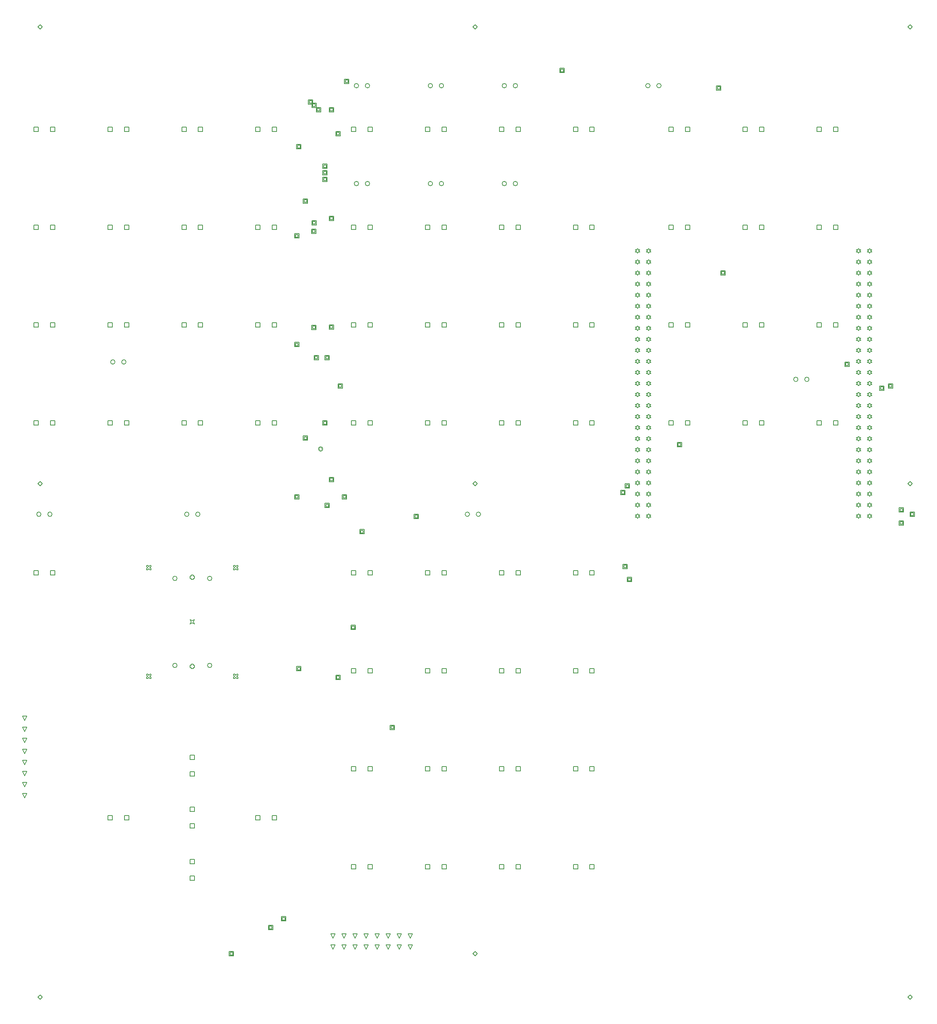
<source format=gbr>
%TF.GenerationSoftware,Altium Limited,Altium Designer,20.2.5 (213)*%
G04 Layer_Color=2752767*
%FSLAX45Y45*%
%MOMM*%
%TF.SameCoordinates,662F433C-BD6F-4083-8A0F-E7C0AAC1164F*%
%TF.FilePolarity,Positive*%
%TF.FileFunction,Drawing*%
%TF.Part,Single*%
G01*
G75*
%TA.AperFunction,NonConductor*%
%ADD74C,0.12700*%
%ADD75C,0.16933*%
%ADD76C,0.10160*%
D74*
X15359200Y20399200D02*
Y20500800D01*
X15460800D01*
Y20399200D01*
X15359200D01*
X15739200D02*
Y20500800D01*
X15840800D01*
Y20399200D01*
X15739200D01*
X18759200Y13649200D02*
Y13750800D01*
X18860800D01*
Y13649200D01*
X18759200D01*
X19139200D02*
Y13750800D01*
X19240800D01*
Y13649200D01*
X19139200D01*
X9416000Y1599200D02*
X9365200Y1700800D01*
X9466800D01*
X9416000Y1599200D01*
Y1853200D02*
X9365200Y1954800D01*
X9466800D01*
X9416000Y1853200D01*
X9162000Y1599200D02*
X9111200Y1700800D01*
X9212800D01*
X9162000Y1599200D01*
Y1853200D02*
X9111200Y1954800D01*
X9212800D01*
X9162000Y1853200D01*
X8908000Y1599200D02*
X8857200Y1700800D01*
X8958800D01*
X8908000Y1599200D01*
Y1853200D02*
X8857200Y1954800D01*
X8958800D01*
X8908000Y1853200D01*
X8654000Y1599200D02*
X8603200Y1700800D01*
X8704800D01*
X8654000Y1599200D01*
Y1853200D02*
X8603200Y1954800D01*
X8704800D01*
X8654000Y1853200D01*
X8400000Y1599200D02*
X8349200Y1700800D01*
X8450800D01*
X8400000Y1599200D01*
Y1853200D02*
X8349200Y1954800D01*
X8450800D01*
X8400000Y1853200D01*
X8146000Y1599200D02*
X8095200Y1700800D01*
X8196800D01*
X8146000Y1599200D01*
Y1853200D02*
X8095200Y1954800D01*
X8196800D01*
X8146000Y1853200D01*
X7892000Y1599200D02*
X7841200Y1700800D01*
X7942800D01*
X7892000Y1599200D01*
Y1853200D02*
X7841200Y1954800D01*
X7942800D01*
X7892000Y1853200D01*
X7638000Y1599200D02*
X7587200Y1700800D01*
X7688800D01*
X7638000Y1599200D01*
Y1853200D02*
X7587200Y1954800D01*
X7688800D01*
X7638000Y1853200D01*
X4349208Y4384200D02*
Y4485800D01*
X4450808D01*
Y4384200D01*
X4349208D01*
Y4764200D02*
Y4865800D01*
X4450808D01*
Y4764200D01*
X4349208D01*
X18759200Y15899200D02*
Y16000800D01*
X18860800D01*
Y15899200D01*
X18759200D01*
X19139200D02*
Y16000800D01*
X19240800D01*
Y15899200D01*
X19139200D01*
X18759200Y18149200D02*
Y18250800D01*
X18860800D01*
Y18149200D01*
X18759200D01*
X19139200D02*
Y18250800D01*
X19240800D01*
Y18149200D01*
X19139200D01*
X18759200Y20399200D02*
Y20500800D01*
X18860800D01*
Y20399200D01*
X18759200D01*
X19139200D02*
Y20500800D01*
X19240800D01*
Y20399200D01*
X19139200D01*
X17059200Y13649200D02*
Y13750800D01*
X17160800D01*
Y13649200D01*
X17059200D01*
X17439200D02*
Y13750800D01*
X17540800D01*
Y13649200D01*
X17439200D01*
X17059200Y15899200D02*
Y16000800D01*
X17160800D01*
Y15899200D01*
X17059200D01*
X17439200D02*
Y16000800D01*
X17540800D01*
Y15899200D01*
X17439200D01*
X17059200Y18149200D02*
Y18250800D01*
X17160800D01*
Y18149200D01*
X17059200D01*
X17439200D02*
Y18250800D01*
X17540800D01*
Y18149200D01*
X17439200D01*
X17059200Y20399200D02*
Y20500800D01*
X17160800D01*
Y20399200D01*
X17059200D01*
X17439200D02*
Y20500800D01*
X17540800D01*
Y20399200D01*
X17439200D01*
X15359200Y13649200D02*
Y13750800D01*
X15460800D01*
Y13649200D01*
X15359200D01*
X15739200D02*
Y13750800D01*
X15840800D01*
Y13649200D01*
X15739200D01*
X15359200Y15899200D02*
Y16000800D01*
X15460800D01*
Y15899200D01*
X15359200D01*
X15739200D02*
Y16000800D01*
X15840800D01*
Y15899200D01*
X15739200D01*
X15359200Y18149200D02*
Y18250800D01*
X15460800D01*
Y18149200D01*
X15359200D01*
X15739200D02*
Y18250800D01*
X15840800D01*
Y18149200D01*
X15739200D01*
X13159200Y13649200D02*
Y13750800D01*
X13260800D01*
Y13649200D01*
X13159200D01*
X13539200D02*
Y13750800D01*
X13640800D01*
Y13649200D01*
X13539200D01*
X11459200D02*
Y13750800D01*
X11560800D01*
Y13649200D01*
X11459200D01*
X11839200D02*
Y13750800D01*
X11940800D01*
Y13649200D01*
X11839200D01*
X9759200D02*
Y13750800D01*
X9860800D01*
Y13649200D01*
X9759200D01*
X10139200D02*
Y13750800D01*
X10240800D01*
Y13649200D01*
X10139200D01*
X8059200D02*
Y13750800D01*
X8160800D01*
Y13649200D01*
X8059200D01*
X8439200D02*
Y13750800D01*
X8540800D01*
Y13649200D01*
X8439200D01*
X13159200Y15899200D02*
Y16000800D01*
X13260800D01*
Y15899200D01*
X13159200D01*
X13539200D02*
Y16000800D01*
X13640800D01*
Y15899200D01*
X13539200D01*
X11459200D02*
Y16000800D01*
X11560800D01*
Y15899200D01*
X11459200D01*
X11839200D02*
Y16000800D01*
X11940800D01*
Y15899200D01*
X11839200D01*
X9759200D02*
Y16000800D01*
X9860800D01*
Y15899200D01*
X9759200D01*
X10139200D02*
Y16000800D01*
X10240800D01*
Y15899200D01*
X10139200D01*
X8059200D02*
Y16000800D01*
X8160800D01*
Y15899200D01*
X8059200D01*
X8439200D02*
Y16000800D01*
X8540800D01*
Y15899200D01*
X8439200D01*
X13159200Y18149200D02*
Y18250800D01*
X13260800D01*
Y18149200D01*
X13159200D01*
X13539200D02*
Y18250800D01*
X13640800D01*
Y18149200D01*
X13539200D01*
X11459200D02*
Y18250800D01*
X11560800D01*
Y18149200D01*
X11459200D01*
X11839200D02*
Y18250800D01*
X11940800D01*
Y18149200D01*
X11839200D01*
X9759200D02*
Y18250800D01*
X9860800D01*
Y18149200D01*
X9759200D01*
X10139200D02*
Y18250800D01*
X10240800D01*
Y18149200D01*
X10139200D01*
X8059200D02*
Y18250800D01*
X8160800D01*
Y18149200D01*
X8059200D01*
X8439200D02*
Y18250800D01*
X8540800D01*
Y18149200D01*
X8439200D01*
X13159200Y20399200D02*
Y20500800D01*
X13260800D01*
Y20399200D01*
X13159200D01*
X13539200D02*
Y20500800D01*
X13640800D01*
Y20399200D01*
X13539200D01*
X11459200D02*
Y20500800D01*
X11560800D01*
Y20399200D01*
X11459200D01*
X11839200D02*
Y20500800D01*
X11940800D01*
Y20399200D01*
X11839200D01*
X9759200D02*
Y20500800D01*
X9860800D01*
Y20399200D01*
X9759200D01*
X10139200D02*
Y20500800D01*
X10240800D01*
Y20399200D01*
X10139200D01*
X8059200D02*
Y20500800D01*
X8160800D01*
Y20399200D01*
X8059200D01*
X8439200D02*
Y20500800D01*
X8540800D01*
Y20399200D01*
X8439200D01*
X13159200Y10199200D02*
Y10300800D01*
X13260800D01*
Y10199200D01*
X13159200D01*
X13539200D02*
Y10300800D01*
X13640800D01*
Y10199200D01*
X13539200D01*
X13159200Y7949200D02*
Y8050800D01*
X13260800D01*
Y7949200D01*
X13159200D01*
X13539200D02*
Y8050800D01*
X13640800D01*
Y7949200D01*
X13539200D01*
X13159200Y5699200D02*
Y5800800D01*
X13260800D01*
Y5699200D01*
X13159200D01*
X13539200D02*
Y5800800D01*
X13640800D01*
Y5699200D01*
X13539200D01*
X13159200Y3449200D02*
Y3550800D01*
X13260800D01*
Y3449200D01*
X13159200D01*
X13539200D02*
Y3550800D01*
X13640800D01*
Y3449200D01*
X13539200D01*
X11459200D02*
Y3550800D01*
X11560800D01*
Y3449200D01*
X11459200D01*
X11839200D02*
Y3550800D01*
X11940800D01*
Y3449200D01*
X11839200D01*
X9759200D02*
Y3550800D01*
X9860800D01*
Y3449200D01*
X9759200D01*
X10139200D02*
Y3550800D01*
X10240800D01*
Y3449200D01*
X10139200D01*
X11459200Y10199200D02*
Y10300800D01*
X11560800D01*
Y10199200D01*
X11459200D01*
X11839200D02*
Y10300800D01*
X11940800D01*
Y10199200D01*
X11839200D01*
X9759200D02*
Y10300800D01*
X9860800D01*
Y10199200D01*
X9759200D01*
X10139200D02*
Y10300800D01*
X10240800D01*
Y10199200D01*
X10139200D01*
X8059200D02*
Y10300800D01*
X8160800D01*
Y10199200D01*
X8059200D01*
X8439200D02*
Y10300800D01*
X8540800D01*
Y10199200D01*
X8439200D01*
X11459200Y7949200D02*
Y8050800D01*
X11560800D01*
Y7949200D01*
X11459200D01*
X11839200D02*
Y8050800D01*
X11940800D01*
Y7949200D01*
X11839200D01*
X9759200D02*
Y8050800D01*
X9860800D01*
Y7949200D01*
X9759200D01*
X10139200D02*
Y8050800D01*
X10240800D01*
Y7949200D01*
X10139200D01*
X8059200D02*
Y8050800D01*
X8160800D01*
Y7949200D01*
X8059200D01*
X8439200D02*
Y8050800D01*
X8540800D01*
Y7949200D01*
X8439200D01*
X11459200Y5699200D02*
Y5800800D01*
X11560800D01*
Y5699200D01*
X11459200D01*
X11839200D02*
Y5800800D01*
X11940800D01*
Y5699200D01*
X11839200D01*
X9759200D02*
Y5800800D01*
X9860800D01*
Y5699200D01*
X9759200D01*
X10139200D02*
Y5800800D01*
X10240800D01*
Y5699200D01*
X10139200D01*
X8059200D02*
Y5800800D01*
X8160800D01*
Y5699200D01*
X8059200D01*
X8439200D02*
Y5800800D01*
X8540800D01*
Y5699200D01*
X8439200D01*
X8059200Y3449200D02*
Y3550800D01*
X8160800D01*
Y3449200D01*
X8059200D01*
X8439200D02*
Y3550800D01*
X8540800D01*
Y3449200D01*
X8439200D01*
X4349200Y3184200D02*
Y3285800D01*
X4450800D01*
Y3184200D01*
X4349200D01*
Y3564200D02*
Y3665800D01*
X4450800D01*
Y3564200D01*
X4349200D01*
Y5584200D02*
Y5685800D01*
X4450800D01*
Y5584200D01*
X4349200D01*
Y5964200D02*
Y6065800D01*
X4450800D01*
Y5964200D01*
X4349200D01*
X5859200Y4574200D02*
Y4675800D01*
X5960800D01*
Y4574200D01*
X5859200D01*
X6239200D02*
Y4675800D01*
X6340800D01*
Y4574200D01*
X6239200D01*
X2459200D02*
Y4675800D01*
X2560800D01*
Y4574200D01*
X2459200D01*
X2839200D02*
Y4675800D01*
X2940800D01*
Y4574200D01*
X2839200D01*
X759200Y10199200D02*
Y10300800D01*
X860800D01*
Y10199200D01*
X759200D01*
X1139200D02*
Y10300800D01*
X1240800D01*
Y10199200D01*
X1139200D01*
X5859200Y13649200D02*
Y13750800D01*
X5960800D01*
Y13649200D01*
X5859200D01*
X6239200D02*
Y13750800D01*
X6340800D01*
Y13649200D01*
X6239200D01*
X4159200D02*
Y13750800D01*
X4260800D01*
Y13649200D01*
X4159200D01*
X4539200D02*
Y13750800D01*
X4640800D01*
Y13649200D01*
X4539200D01*
X2459200D02*
Y13750800D01*
X2560800D01*
Y13649200D01*
X2459200D01*
X2839200D02*
Y13750800D01*
X2940800D01*
Y13649200D01*
X2839200D01*
X759200D02*
Y13750800D01*
X860800D01*
Y13649200D01*
X759200D01*
X1139200D02*
Y13750800D01*
X1240800D01*
Y13649200D01*
X1139200D01*
X5859200Y15899200D02*
Y16000800D01*
X5960800D01*
Y15899200D01*
X5859200D01*
X6239200D02*
Y16000800D01*
X6340800D01*
Y15899200D01*
X6239200D01*
X4159200D02*
Y16000800D01*
X4260800D01*
Y15899200D01*
X4159200D01*
X4539200D02*
Y16000800D01*
X4640800D01*
Y15899200D01*
X4539200D01*
X2459200D02*
Y16000800D01*
X2560800D01*
Y15899200D01*
X2459200D01*
X2839200D02*
Y16000800D01*
X2940800D01*
Y15899200D01*
X2839200D01*
X759200D02*
Y16000800D01*
X860800D01*
Y15899200D01*
X759200D01*
X1139200D02*
Y16000800D01*
X1240800D01*
Y15899200D01*
X1139200D01*
X5859200Y18149200D02*
Y18250800D01*
X5960800D01*
Y18149200D01*
X5859200D01*
X6239200D02*
Y18250800D01*
X6340800D01*
Y18149200D01*
X6239200D01*
X4159200D02*
Y18250800D01*
X4260800D01*
Y18149200D01*
X4159200D01*
X4539200D02*
Y18250800D01*
X4640800D01*
Y18149200D01*
X4539200D01*
X2459200D02*
Y18250800D01*
X2560800D01*
Y18149200D01*
X2459200D01*
X2839200D02*
Y18250800D01*
X2940800D01*
Y18149200D01*
X2839200D01*
X759200D02*
Y18250800D01*
X860800D01*
Y18149200D01*
X759200D01*
X1139200D02*
Y18250800D01*
X1240800D01*
Y18149200D01*
X1139200D01*
X5859200Y20399200D02*
Y20500800D01*
X5960800D01*
Y20399200D01*
X5859200D01*
X6239200D02*
Y20500800D01*
X6340800D01*
Y20399200D01*
X6239200D01*
X4159200D02*
Y20500800D01*
X4260800D01*
Y20399200D01*
X4159200D01*
X4539200D02*
Y20500800D01*
X4640800D01*
Y20399200D01*
X4539200D01*
X2459200D02*
Y20500800D01*
X2560800D01*
Y20399200D01*
X2459200D01*
X2839200D02*
Y20500800D01*
X2940800D01*
Y20399200D01*
X2839200D01*
X759200D02*
Y20500800D01*
X860800D01*
Y20399200D01*
X759200D01*
X1139200D02*
Y20500800D01*
X1240800D01*
Y20399200D01*
X1139200D01*
X19967999Y17605200D02*
X19993401Y17630600D01*
X20018800D01*
X19993401Y17656000D01*
X20018800Y17681400D01*
X19993401D01*
X19967999Y17706799D01*
X19942599Y17681400D01*
X19917200D01*
X19942599Y17656000D01*
X19917200Y17630600D01*
X19942599D01*
X19967999Y17605200D01*
X19714000D02*
X19739400Y17630600D01*
X19764799D01*
X19739400Y17656000D01*
X19764799Y17681400D01*
X19739400D01*
X19714000Y17706799D01*
X19688600Y17681400D01*
X19663200D01*
X19688600Y17656000D01*
X19663200Y17630600D01*
X19688600D01*
X19714000Y17605200D01*
X19967999Y17351199D02*
X19993401Y17376601D01*
X20018800D01*
X19993401Y17402000D01*
X20018800Y17427400D01*
X19993401D01*
X19967999Y17452800D01*
X19942599Y17427400D01*
X19917200D01*
X19942599Y17402000D01*
X19917200Y17376601D01*
X19942599D01*
X19967999Y17351199D01*
X19714000D02*
X19739400Y17376601D01*
X19764799D01*
X19739400Y17402000D01*
X19764799Y17427400D01*
X19739400D01*
X19714000Y17452800D01*
X19688600Y17427400D01*
X19663200D01*
X19688600Y17402000D01*
X19663200Y17376601D01*
X19688600D01*
X19714000Y17351199D01*
X19967999Y17097200D02*
X19993401Y17122600D01*
X20018800D01*
X19993401Y17148000D01*
X20018800Y17173399D01*
X19993401D01*
X19967999Y17198801D01*
X19942599Y17173399D01*
X19917200D01*
X19942599Y17148000D01*
X19917200Y17122600D01*
X19942599D01*
X19967999Y17097200D01*
X19714000D02*
X19739400Y17122600D01*
X19764799D01*
X19739400Y17148000D01*
X19764799Y17173399D01*
X19739400D01*
X19714000Y17198801D01*
X19688600Y17173399D01*
X19663200D01*
X19688600Y17148000D01*
X19663200Y17122600D01*
X19688600D01*
X19714000Y17097200D01*
X19967999Y16843201D02*
X19993401Y16868600D01*
X20018800D01*
X19993401Y16894000D01*
X20018800Y16919400D01*
X19993401D01*
X19967999Y16944800D01*
X19942599Y16919400D01*
X19917200D01*
X19942599Y16894000D01*
X19917200Y16868600D01*
X19942599D01*
X19967999Y16843201D01*
X19714000D02*
X19739400Y16868600D01*
X19764799D01*
X19739400Y16894000D01*
X19764799Y16919400D01*
X19739400D01*
X19714000Y16944800D01*
X19688600Y16919400D01*
X19663200D01*
X19688600Y16894000D01*
X19663200Y16868600D01*
X19688600D01*
X19714000Y16843201D01*
X19967999Y16589200D02*
X19993401Y16614600D01*
X20018800D01*
X19993401Y16639999D01*
X20018800Y16665401D01*
X19993401D01*
X19967999Y16690800D01*
X19942599Y16665401D01*
X19917200D01*
X19942599Y16639999D01*
X19917200Y16614600D01*
X19942599D01*
X19967999Y16589200D01*
X19714000D02*
X19739400Y16614600D01*
X19764799D01*
X19739400Y16639999D01*
X19764799Y16665401D01*
X19739400D01*
X19714000Y16690800D01*
X19688600Y16665401D01*
X19663200D01*
X19688600Y16639999D01*
X19663200Y16614600D01*
X19688600D01*
X19714000Y16589200D01*
X19967999Y16335201D02*
X19993401Y16360600D01*
X20018800D01*
X19993401Y16386000D01*
X20018800Y16411400D01*
X19993401D01*
X19967999Y16436800D01*
X19942599Y16411400D01*
X19917200D01*
X19942599Y16386000D01*
X19917200Y16360600D01*
X19942599D01*
X19967999Y16335201D01*
X19714000D02*
X19739400Y16360600D01*
X19764799D01*
X19739400Y16386000D01*
X19764799Y16411400D01*
X19739400D01*
X19714000Y16436800D01*
X19688600Y16411400D01*
X19663200D01*
X19688600Y16386000D01*
X19663200Y16360600D01*
X19688600D01*
X19714000Y16335201D01*
X19967999Y16081200D02*
X19993401Y16106599D01*
X20018800D01*
X19993401Y16132001D01*
X20018800Y16157401D01*
X19993401D01*
X19967999Y16182800D01*
X19942599Y16157401D01*
X19917200D01*
X19942599Y16132001D01*
X19917200Y16106599D01*
X19942599D01*
X19967999Y16081200D01*
X19714000D02*
X19739400Y16106599D01*
X19764799D01*
X19739400Y16132001D01*
X19764799Y16157401D01*
X19739400D01*
X19714000Y16182800D01*
X19688600Y16157401D01*
X19663200D01*
X19688600Y16132001D01*
X19663200Y16106599D01*
X19688600D01*
X19714000Y16081200D01*
X19967999Y15827200D02*
X19993401Y15852600D01*
X20018800D01*
X19993401Y15878000D01*
X20018800Y15903400D01*
X19993401D01*
X19967999Y15928799D01*
X19942599Y15903400D01*
X19917200D01*
X19942599Y15878000D01*
X19917200Y15852600D01*
X19942599D01*
X19967999Y15827200D01*
X19714000D02*
X19739400Y15852600D01*
X19764799D01*
X19739400Y15878000D01*
X19764799Y15903400D01*
X19739400D01*
X19714000Y15928799D01*
X19688600Y15903400D01*
X19663200D01*
X19688600Y15878000D01*
X19663200Y15852600D01*
X19688600D01*
X19714000Y15827200D01*
X19967999Y15573199D02*
X19993401Y15598599D01*
X20018800D01*
X19993401Y15624001D01*
X20018800Y15649400D01*
X19993401D01*
X19967999Y15674800D01*
X19942599Y15649400D01*
X19917200D01*
X19942599Y15624001D01*
X19917200Y15598599D01*
X19942599D01*
X19967999Y15573199D01*
X19714000D02*
X19739400Y15598599D01*
X19764799D01*
X19739400Y15624001D01*
X19764799Y15649400D01*
X19739400D01*
X19714000Y15674800D01*
X19688600Y15649400D01*
X19663200D01*
X19688600Y15624001D01*
X19663200Y15598599D01*
X19688600D01*
X19714000Y15573199D01*
X19967999Y15319200D02*
X19993401Y15344600D01*
X20018800D01*
X19993401Y15370000D01*
X20018800Y15395399D01*
X19993401D01*
X19967999Y15420799D01*
X19942599Y15395399D01*
X19917200D01*
X19942599Y15370000D01*
X19917200Y15344600D01*
X19942599D01*
X19967999Y15319200D01*
X19714000D02*
X19739400Y15344600D01*
X19764799D01*
X19739400Y15370000D01*
X19764799Y15395399D01*
X19739400D01*
X19714000Y15420799D01*
X19688600Y15395399D01*
X19663200D01*
X19688600Y15370000D01*
X19663200Y15344600D01*
X19688600D01*
X19714000Y15319200D01*
X19967999Y15065199D02*
X19993401Y15090601D01*
X20018800D01*
X19993401Y15116000D01*
X20018800Y15141400D01*
X19993401D01*
X19967999Y15166800D01*
X19942599Y15141400D01*
X19917200D01*
X19942599Y15116000D01*
X19917200Y15090601D01*
X19942599D01*
X19967999Y15065199D01*
X19714000D02*
X19739400Y15090601D01*
X19764799D01*
X19739400Y15116000D01*
X19764799Y15141400D01*
X19739400D01*
X19714000Y15166800D01*
X19688600Y15141400D01*
X19663200D01*
X19688600Y15116000D01*
X19663200Y15090601D01*
X19688600D01*
X19714000Y15065199D01*
X19967999Y14811200D02*
X19993401Y14836600D01*
X20018800D01*
X19993401Y14862000D01*
X20018800Y14887399D01*
X19993401D01*
X19967999Y14912801D01*
X19942599Y14887399D01*
X19917200D01*
X19942599Y14862000D01*
X19917200Y14836600D01*
X19942599D01*
X19967999Y14811200D01*
X19714000D02*
X19739400Y14836600D01*
X19764799D01*
X19739400Y14862000D01*
X19764799Y14887399D01*
X19739400D01*
X19714000Y14912801D01*
X19688600Y14887399D01*
X19663200D01*
X19688600Y14862000D01*
X19663200Y14836600D01*
X19688600D01*
X19714000Y14811200D01*
X19967999Y14557201D02*
X19993401Y14582600D01*
X20018800D01*
X19993401Y14608000D01*
X20018800Y14633400D01*
X19993401D01*
X19967999Y14658800D01*
X19942599Y14633400D01*
X19917200D01*
X19942599Y14608000D01*
X19917200Y14582600D01*
X19942599D01*
X19967999Y14557201D01*
X19714000D02*
X19739400Y14582600D01*
X19764799D01*
X19739400Y14608000D01*
X19764799Y14633400D01*
X19739400D01*
X19714000Y14658800D01*
X19688600Y14633400D01*
X19663200D01*
X19688600Y14608000D01*
X19663200Y14582600D01*
X19688600D01*
X19714000Y14557201D01*
X19967999Y14303200D02*
X19993401Y14328600D01*
X20018800D01*
X19993401Y14353999D01*
X20018800Y14379401D01*
X19993401D01*
X19967999Y14404800D01*
X19942599Y14379401D01*
X19917200D01*
X19942599Y14353999D01*
X19917200Y14328600D01*
X19942599D01*
X19967999Y14303200D01*
X19714000D02*
X19739400Y14328600D01*
X19764799D01*
X19739400Y14353999D01*
X19764799Y14379401D01*
X19739400D01*
X19714000Y14404800D01*
X19688600Y14379401D01*
X19663200D01*
X19688600Y14353999D01*
X19663200Y14328600D01*
X19688600D01*
X19714000Y14303200D01*
X19967999Y14049200D02*
X19993401Y14074600D01*
X20018800D01*
X19993401Y14100000D01*
X20018800Y14125400D01*
X19993401D01*
X19967999Y14150800D01*
X19942599Y14125400D01*
X19917200D01*
X19942599Y14100000D01*
X19917200Y14074600D01*
X19942599D01*
X19967999Y14049200D01*
X19714000D02*
X19739400Y14074600D01*
X19764799D01*
X19739400Y14100000D01*
X19764799Y14125400D01*
X19739400D01*
X19714000Y14150800D01*
X19688600Y14125400D01*
X19663200D01*
X19688600Y14100000D01*
X19663200Y14074600D01*
X19688600D01*
X19714000Y14049200D01*
X19967999Y13795200D02*
X19993401Y13820599D01*
X20018800D01*
X19993401Y13846001D01*
X20018800Y13871400D01*
X19993401D01*
X19967999Y13896800D01*
X19942599Y13871400D01*
X19917200D01*
X19942599Y13846001D01*
X19917200Y13820599D01*
X19942599D01*
X19967999Y13795200D01*
X19714000D02*
X19739400Y13820599D01*
X19764799D01*
X19739400Y13846001D01*
X19764799Y13871400D01*
X19739400D01*
X19714000Y13896800D01*
X19688600Y13871400D01*
X19663200D01*
X19688600Y13846001D01*
X19663200Y13820599D01*
X19688600D01*
X19714000Y13795200D01*
X19967999Y13541200D02*
X19993401Y13566600D01*
X20018800D01*
X19993401Y13592000D01*
X20018800Y13617400D01*
X19993401D01*
X19967999Y13642799D01*
X19942599Y13617400D01*
X19917200D01*
X19942599Y13592000D01*
X19917200Y13566600D01*
X19942599D01*
X19967999Y13541200D01*
X19714000D02*
X19739400Y13566600D01*
X19764799D01*
X19739400Y13592000D01*
X19764799Y13617400D01*
X19739400D01*
X19714000Y13642799D01*
X19688600Y13617400D01*
X19663200D01*
X19688600Y13592000D01*
X19663200Y13566600D01*
X19688600D01*
X19714000Y13541200D01*
X19967999Y13287199D02*
X19993401Y13312601D01*
X20018800D01*
X19993401Y13338000D01*
X20018800Y13363400D01*
X19993401D01*
X19967999Y13388800D01*
X19942599Y13363400D01*
X19917200D01*
X19942599Y13338000D01*
X19917200Y13312601D01*
X19942599D01*
X19967999Y13287199D01*
X19714000D02*
X19739400Y13312601D01*
X19764799D01*
X19739400Y13338000D01*
X19764799Y13363400D01*
X19739400D01*
X19714000Y13388800D01*
X19688600Y13363400D01*
X19663200D01*
X19688600Y13338000D01*
X19663200Y13312601D01*
X19688600D01*
X19714000Y13287199D01*
X19967999Y13033200D02*
X19993401Y13058600D01*
X20018800D01*
X19993401Y13084000D01*
X20018800Y13109399D01*
X19993401D01*
X19967999Y13134801D01*
X19942599Y13109399D01*
X19917200D01*
X19942599Y13084000D01*
X19917200Y13058600D01*
X19942599D01*
X19967999Y13033200D01*
X19714000D02*
X19739400Y13058600D01*
X19764799D01*
X19739400Y13084000D01*
X19764799Y13109399D01*
X19739400D01*
X19714000Y13134801D01*
X19688600Y13109399D01*
X19663200D01*
X19688600Y13084000D01*
X19663200Y13058600D01*
X19688600D01*
X19714000Y13033200D01*
X19967999Y12779200D02*
X19993401Y12804601D01*
X20018800D01*
X19993401Y12830000D01*
X20018800Y12855400D01*
X19993401D01*
X19967999Y12880800D01*
X19942599Y12855400D01*
X19917200D01*
X19942599Y12830000D01*
X19917200Y12804601D01*
X19942599D01*
X19967999Y12779200D01*
X19714000D02*
X19739400Y12804601D01*
X19764799D01*
X19739400Y12830000D01*
X19764799Y12855400D01*
X19739400D01*
X19714000Y12880800D01*
X19688600Y12855400D01*
X19663200D01*
X19688600Y12830000D01*
X19663200Y12804601D01*
X19688600D01*
X19714000Y12779200D01*
X19967999Y12525200D02*
X19993401Y12550600D01*
X20018800D01*
X19993401Y12576000D01*
X20018800Y12601400D01*
X19993401D01*
X19967999Y12626800D01*
X19942599Y12601400D01*
X19917200D01*
X19942599Y12576000D01*
X19917200Y12550600D01*
X19942599D01*
X19967999Y12525200D01*
X19714000D02*
X19739400Y12550600D01*
X19764799D01*
X19739400Y12576000D01*
X19764799Y12601400D01*
X19739400D01*
X19714000Y12626800D01*
X19688600Y12601400D01*
X19663200D01*
X19688600Y12576000D01*
X19663200Y12550600D01*
X19688600D01*
X19714000Y12525200D01*
X19967999Y12271200D02*
X19993401Y12296600D01*
X20018800D01*
X19993401Y12322000D01*
X20018800Y12347400D01*
X19993401D01*
X19967999Y12372800D01*
X19942599Y12347400D01*
X19917200D01*
X19942599Y12322000D01*
X19917200Y12296600D01*
X19942599D01*
X19967999Y12271200D01*
X19714000D02*
X19739400Y12296600D01*
X19764799D01*
X19739400Y12322000D01*
X19764799Y12347400D01*
X19739400D01*
X19714000Y12372800D01*
X19688600Y12347400D01*
X19663200D01*
X19688600Y12322000D01*
X19663200Y12296600D01*
X19688600D01*
X19714000Y12271200D01*
X19967999Y12017200D02*
X19993401Y12042600D01*
X20018800D01*
X19993401Y12068000D01*
X20018800Y12093400D01*
X19993401D01*
X19967999Y12118800D01*
X19942599Y12093400D01*
X19917200D01*
X19942599Y12068000D01*
X19917200Y12042600D01*
X19942599D01*
X19967999Y12017200D01*
X19714000D02*
X19739400Y12042600D01*
X19764799D01*
X19739400Y12068000D01*
X19764799Y12093400D01*
X19739400D01*
X19714000Y12118800D01*
X19688600Y12093400D01*
X19663200D01*
X19688600Y12068000D01*
X19663200Y12042600D01*
X19688600D01*
X19714000Y12017200D01*
X19967999Y11763200D02*
X19993401Y11788600D01*
X20018800D01*
X19993401Y11814000D01*
X20018800Y11839400D01*
X19993401D01*
X19967999Y11864800D01*
X19942599Y11839400D01*
X19917200D01*
X19942599Y11814000D01*
X19917200Y11788600D01*
X19942599D01*
X19967999Y11763200D01*
X19714000D02*
X19739400Y11788600D01*
X19764799D01*
X19739400Y11814000D01*
X19764799Y11839400D01*
X19739400D01*
X19714000Y11864800D01*
X19688600Y11839400D01*
X19663200D01*
X19688600Y11814000D01*
X19663200Y11788600D01*
X19688600D01*
X19714000Y11763200D01*
X19967999Y11509200D02*
X19993401Y11534600D01*
X20018800D01*
X19993401Y11560000D01*
X20018800Y11585400D01*
X19993401D01*
X19967999Y11610800D01*
X19942599Y11585400D01*
X19917200D01*
X19942599Y11560000D01*
X19917200Y11534600D01*
X19942599D01*
X19967999Y11509200D01*
X19714000D02*
X19739400Y11534600D01*
X19764799D01*
X19739400Y11560000D01*
X19764799Y11585400D01*
X19739400D01*
X19714000Y11610800D01*
X19688600Y11585400D01*
X19663200D01*
X19688600Y11560000D01*
X19663200Y11534600D01*
X19688600D01*
X19714000Y11509200D01*
X14888000Y17605200D02*
X14913400Y17630600D01*
X14938800D01*
X14913400Y17656000D01*
X14938800Y17681400D01*
X14913400D01*
X14888000Y17706799D01*
X14862601Y17681400D01*
X14837199D01*
X14862601Y17656000D01*
X14837199Y17630600D01*
X14862601D01*
X14888000Y17605200D01*
X14634000D02*
X14659399Y17630600D01*
X14684801D01*
X14659399Y17656000D01*
X14684801Y17681400D01*
X14659399D01*
X14634000Y17706799D01*
X14608600Y17681400D01*
X14583200D01*
X14608600Y17656000D01*
X14583200Y17630600D01*
X14608600D01*
X14634000Y17605200D01*
X14888000Y17351199D02*
X14913400Y17376601D01*
X14938800D01*
X14913400Y17402000D01*
X14938800Y17427400D01*
X14913400D01*
X14888000Y17452800D01*
X14862601Y17427400D01*
X14837199D01*
X14862601Y17402000D01*
X14837199Y17376601D01*
X14862601D01*
X14888000Y17351199D01*
X14634000D02*
X14659399Y17376601D01*
X14684801D01*
X14659399Y17402000D01*
X14684801Y17427400D01*
X14659399D01*
X14634000Y17452800D01*
X14608600Y17427400D01*
X14583200D01*
X14608600Y17402000D01*
X14583200Y17376601D01*
X14608600D01*
X14634000Y17351199D01*
X14888000Y17097200D02*
X14913400Y17122600D01*
X14938800D01*
X14913400Y17148000D01*
X14938800Y17173399D01*
X14913400D01*
X14888000Y17198801D01*
X14862601Y17173399D01*
X14837199D01*
X14862601Y17148000D01*
X14837199Y17122600D01*
X14862601D01*
X14888000Y17097200D01*
X14634000D02*
X14659399Y17122600D01*
X14684801D01*
X14659399Y17148000D01*
X14684801Y17173399D01*
X14659399D01*
X14634000Y17198801D01*
X14608600Y17173399D01*
X14583200D01*
X14608600Y17148000D01*
X14583200Y17122600D01*
X14608600D01*
X14634000Y17097200D01*
X14888000Y16843201D02*
X14913400Y16868600D01*
X14938800D01*
X14913400Y16894000D01*
X14938800Y16919400D01*
X14913400D01*
X14888000Y16944800D01*
X14862601Y16919400D01*
X14837199D01*
X14862601Y16894000D01*
X14837199Y16868600D01*
X14862601D01*
X14888000Y16843201D01*
X14634000D02*
X14659399Y16868600D01*
X14684801D01*
X14659399Y16894000D01*
X14684801Y16919400D01*
X14659399D01*
X14634000Y16944800D01*
X14608600Y16919400D01*
X14583200D01*
X14608600Y16894000D01*
X14583200Y16868600D01*
X14608600D01*
X14634000Y16843201D01*
X14888000Y16589200D02*
X14913400Y16614600D01*
X14938800D01*
X14913400Y16639999D01*
X14938800Y16665401D01*
X14913400D01*
X14888000Y16690800D01*
X14862601Y16665401D01*
X14837199D01*
X14862601Y16639999D01*
X14837199Y16614600D01*
X14862601D01*
X14888000Y16589200D01*
X14634000D02*
X14659399Y16614600D01*
X14684801D01*
X14659399Y16639999D01*
X14684801Y16665401D01*
X14659399D01*
X14634000Y16690800D01*
X14608600Y16665401D01*
X14583200D01*
X14608600Y16639999D01*
X14583200Y16614600D01*
X14608600D01*
X14634000Y16589200D01*
X14888000Y16335201D02*
X14913400Y16360600D01*
X14938800D01*
X14913400Y16386000D01*
X14938800Y16411400D01*
X14913400D01*
X14888000Y16436800D01*
X14862601Y16411400D01*
X14837199D01*
X14862601Y16386000D01*
X14837199Y16360600D01*
X14862601D01*
X14888000Y16335201D01*
X14634000D02*
X14659399Y16360600D01*
X14684801D01*
X14659399Y16386000D01*
X14684801Y16411400D01*
X14659399D01*
X14634000Y16436800D01*
X14608600Y16411400D01*
X14583200D01*
X14608600Y16386000D01*
X14583200Y16360600D01*
X14608600D01*
X14634000Y16335201D01*
X14888000Y16081200D02*
X14913400Y16106599D01*
X14938800D01*
X14913400Y16132001D01*
X14938800Y16157401D01*
X14913400D01*
X14888000Y16182800D01*
X14862601Y16157401D01*
X14837199D01*
X14862601Y16132001D01*
X14837199Y16106599D01*
X14862601D01*
X14888000Y16081200D01*
X14634000D02*
X14659399Y16106599D01*
X14684801D01*
X14659399Y16132001D01*
X14684801Y16157401D01*
X14659399D01*
X14634000Y16182800D01*
X14608600Y16157401D01*
X14583200D01*
X14608600Y16132001D01*
X14583200Y16106599D01*
X14608600D01*
X14634000Y16081200D01*
X14888000Y15827200D02*
X14913400Y15852600D01*
X14938800D01*
X14913400Y15878000D01*
X14938800Y15903400D01*
X14913400D01*
X14888000Y15928799D01*
X14862601Y15903400D01*
X14837199D01*
X14862601Y15878000D01*
X14837199Y15852600D01*
X14862601D01*
X14888000Y15827200D01*
X14634000D02*
X14659399Y15852600D01*
X14684801D01*
X14659399Y15878000D01*
X14684801Y15903400D01*
X14659399D01*
X14634000Y15928799D01*
X14608600Y15903400D01*
X14583200D01*
X14608600Y15878000D01*
X14583200Y15852600D01*
X14608600D01*
X14634000Y15827200D01*
X14888000Y15573199D02*
X14913400Y15598599D01*
X14938800D01*
X14913400Y15624001D01*
X14938800Y15649400D01*
X14913400D01*
X14888000Y15674800D01*
X14862601Y15649400D01*
X14837199D01*
X14862601Y15624001D01*
X14837199Y15598599D01*
X14862601D01*
X14888000Y15573199D01*
X14634000D02*
X14659399Y15598599D01*
X14684801D01*
X14659399Y15624001D01*
X14684801Y15649400D01*
X14659399D01*
X14634000Y15674800D01*
X14608600Y15649400D01*
X14583200D01*
X14608600Y15624001D01*
X14583200Y15598599D01*
X14608600D01*
X14634000Y15573199D01*
X14888000Y15319200D02*
X14913400Y15344600D01*
X14938800D01*
X14913400Y15370000D01*
X14938800Y15395399D01*
X14913400D01*
X14888000Y15420799D01*
X14862601Y15395399D01*
X14837199D01*
X14862601Y15370000D01*
X14837199Y15344600D01*
X14862601D01*
X14888000Y15319200D01*
X14634000D02*
X14659399Y15344600D01*
X14684801D01*
X14659399Y15370000D01*
X14684801Y15395399D01*
X14659399D01*
X14634000Y15420799D01*
X14608600Y15395399D01*
X14583200D01*
X14608600Y15370000D01*
X14583200Y15344600D01*
X14608600D01*
X14634000Y15319200D01*
X14888000Y15065199D02*
X14913400Y15090601D01*
X14938800D01*
X14913400Y15116000D01*
X14938800Y15141400D01*
X14913400D01*
X14888000Y15166800D01*
X14862601Y15141400D01*
X14837199D01*
X14862601Y15116000D01*
X14837199Y15090601D01*
X14862601D01*
X14888000Y15065199D01*
X14634000D02*
X14659399Y15090601D01*
X14684801D01*
X14659399Y15116000D01*
X14684801Y15141400D01*
X14659399D01*
X14634000Y15166800D01*
X14608600Y15141400D01*
X14583200D01*
X14608600Y15116000D01*
X14583200Y15090601D01*
X14608600D01*
X14634000Y15065199D01*
X14888000Y14811200D02*
X14913400Y14836600D01*
X14938800D01*
X14913400Y14862000D01*
X14938800Y14887399D01*
X14913400D01*
X14888000Y14912801D01*
X14862601Y14887399D01*
X14837199D01*
X14862601Y14862000D01*
X14837199Y14836600D01*
X14862601D01*
X14888000Y14811200D01*
X14634000D02*
X14659399Y14836600D01*
X14684801D01*
X14659399Y14862000D01*
X14684801Y14887399D01*
X14659399D01*
X14634000Y14912801D01*
X14608600Y14887399D01*
X14583200D01*
X14608600Y14862000D01*
X14583200Y14836600D01*
X14608600D01*
X14634000Y14811200D01*
X14888000Y14557201D02*
X14913400Y14582600D01*
X14938800D01*
X14913400Y14608000D01*
X14938800Y14633400D01*
X14913400D01*
X14888000Y14658800D01*
X14862601Y14633400D01*
X14837199D01*
X14862601Y14608000D01*
X14837199Y14582600D01*
X14862601D01*
X14888000Y14557201D01*
X14634000D02*
X14659399Y14582600D01*
X14684801D01*
X14659399Y14608000D01*
X14684801Y14633400D01*
X14659399D01*
X14634000Y14658800D01*
X14608600Y14633400D01*
X14583200D01*
X14608600Y14608000D01*
X14583200Y14582600D01*
X14608600D01*
X14634000Y14557201D01*
X14888000Y14303200D02*
X14913400Y14328600D01*
X14938800D01*
X14913400Y14353999D01*
X14938800Y14379401D01*
X14913400D01*
X14888000Y14404800D01*
X14862601Y14379401D01*
X14837199D01*
X14862601Y14353999D01*
X14837199Y14328600D01*
X14862601D01*
X14888000Y14303200D01*
X14634000D02*
X14659399Y14328600D01*
X14684801D01*
X14659399Y14353999D01*
X14684801Y14379401D01*
X14659399D01*
X14634000Y14404800D01*
X14608600Y14379401D01*
X14583200D01*
X14608600Y14353999D01*
X14583200Y14328600D01*
X14608600D01*
X14634000Y14303200D01*
X14888000Y14049200D02*
X14913400Y14074600D01*
X14938800D01*
X14913400Y14100000D01*
X14938800Y14125400D01*
X14913400D01*
X14888000Y14150800D01*
X14862601Y14125400D01*
X14837199D01*
X14862601Y14100000D01*
X14837199Y14074600D01*
X14862601D01*
X14888000Y14049200D01*
X14634000D02*
X14659399Y14074600D01*
X14684801D01*
X14659399Y14100000D01*
X14684801Y14125400D01*
X14659399D01*
X14634000Y14150800D01*
X14608600Y14125400D01*
X14583200D01*
X14608600Y14100000D01*
X14583200Y14074600D01*
X14608600D01*
X14634000Y14049200D01*
X14888000Y13795200D02*
X14913400Y13820599D01*
X14938800D01*
X14913400Y13846001D01*
X14938800Y13871400D01*
X14913400D01*
X14888000Y13896800D01*
X14862601Y13871400D01*
X14837199D01*
X14862601Y13846001D01*
X14837199Y13820599D01*
X14862601D01*
X14888000Y13795200D01*
X14634000D02*
X14659399Y13820599D01*
X14684801D01*
X14659399Y13846001D01*
X14684801Y13871400D01*
X14659399D01*
X14634000Y13896800D01*
X14608600Y13871400D01*
X14583200D01*
X14608600Y13846001D01*
X14583200Y13820599D01*
X14608600D01*
X14634000Y13795200D01*
X14888000Y13541200D02*
X14913400Y13566600D01*
X14938800D01*
X14913400Y13592000D01*
X14938800Y13617400D01*
X14913400D01*
X14888000Y13642799D01*
X14862601Y13617400D01*
X14837199D01*
X14862601Y13592000D01*
X14837199Y13566600D01*
X14862601D01*
X14888000Y13541200D01*
X14634000D02*
X14659399Y13566600D01*
X14684801D01*
X14659399Y13592000D01*
X14684801Y13617400D01*
X14659399D01*
X14634000Y13642799D01*
X14608600Y13617400D01*
X14583200D01*
X14608600Y13592000D01*
X14583200Y13566600D01*
X14608600D01*
X14634000Y13541200D01*
X14888000Y13287199D02*
X14913400Y13312601D01*
X14938800D01*
X14913400Y13338000D01*
X14938800Y13363400D01*
X14913400D01*
X14888000Y13388800D01*
X14862601Y13363400D01*
X14837199D01*
X14862601Y13338000D01*
X14837199Y13312601D01*
X14862601D01*
X14888000Y13287199D01*
X14634000D02*
X14659399Y13312601D01*
X14684801D01*
X14659399Y13338000D01*
X14684801Y13363400D01*
X14659399D01*
X14634000Y13388800D01*
X14608600Y13363400D01*
X14583200D01*
X14608600Y13338000D01*
X14583200Y13312601D01*
X14608600D01*
X14634000Y13287199D01*
X14888000Y13033200D02*
X14913400Y13058600D01*
X14938800D01*
X14913400Y13084000D01*
X14938800Y13109399D01*
X14913400D01*
X14888000Y13134801D01*
X14862601Y13109399D01*
X14837199D01*
X14862601Y13084000D01*
X14837199Y13058600D01*
X14862601D01*
X14888000Y13033200D01*
X14634000D02*
X14659399Y13058600D01*
X14684801D01*
X14659399Y13084000D01*
X14684801Y13109399D01*
X14659399D01*
X14634000Y13134801D01*
X14608600Y13109399D01*
X14583200D01*
X14608600Y13084000D01*
X14583200Y13058600D01*
X14608600D01*
X14634000Y13033200D01*
X14888000Y12779200D02*
X14913400Y12804601D01*
X14938800D01*
X14913400Y12830000D01*
X14938800Y12855400D01*
X14913400D01*
X14888000Y12880800D01*
X14862601Y12855400D01*
X14837199D01*
X14862601Y12830000D01*
X14837199Y12804601D01*
X14862601D01*
X14888000Y12779200D01*
X14634000D02*
X14659399Y12804601D01*
X14684801D01*
X14659399Y12830000D01*
X14684801Y12855400D01*
X14659399D01*
X14634000Y12880800D01*
X14608600Y12855400D01*
X14583200D01*
X14608600Y12830000D01*
X14583200Y12804601D01*
X14608600D01*
X14634000Y12779200D01*
X14888000Y12525200D02*
X14913400Y12550600D01*
X14938800D01*
X14913400Y12576000D01*
X14938800Y12601400D01*
X14913400D01*
X14888000Y12626800D01*
X14862601Y12601400D01*
X14837199D01*
X14862601Y12576000D01*
X14837199Y12550600D01*
X14862601D01*
X14888000Y12525200D01*
X14634000D02*
X14659399Y12550600D01*
X14684801D01*
X14659399Y12576000D01*
X14684801Y12601400D01*
X14659399D01*
X14634000Y12626800D01*
X14608600Y12601400D01*
X14583200D01*
X14608600Y12576000D01*
X14583200Y12550600D01*
X14608600D01*
X14634000Y12525200D01*
X14888000Y12271200D02*
X14913400Y12296600D01*
X14938800D01*
X14913400Y12322000D01*
X14938800Y12347400D01*
X14913400D01*
X14888000Y12372800D01*
X14862601Y12347400D01*
X14837199D01*
X14862601Y12322000D01*
X14837199Y12296600D01*
X14862601D01*
X14888000Y12271200D01*
X14634000D02*
X14659399Y12296600D01*
X14684801D01*
X14659399Y12322000D01*
X14684801Y12347400D01*
X14659399D01*
X14634000Y12372800D01*
X14608600Y12347400D01*
X14583200D01*
X14608600Y12322000D01*
X14583200Y12296600D01*
X14608600D01*
X14634000Y12271200D01*
X14888000Y12017200D02*
X14913400Y12042600D01*
X14938800D01*
X14913400Y12068000D01*
X14938800Y12093400D01*
X14913400D01*
X14888000Y12118800D01*
X14862601Y12093400D01*
X14837199D01*
X14862601Y12068000D01*
X14837199Y12042600D01*
X14862601D01*
X14888000Y12017200D01*
X14634000D02*
X14659399Y12042600D01*
X14684801D01*
X14659399Y12068000D01*
X14684801Y12093400D01*
X14659399D01*
X14634000Y12118800D01*
X14608600Y12093400D01*
X14583200D01*
X14608600Y12068000D01*
X14583200Y12042600D01*
X14608600D01*
X14634000Y12017200D01*
X14888000Y11763200D02*
X14913400Y11788600D01*
X14938800D01*
X14913400Y11814000D01*
X14938800Y11839400D01*
X14913400D01*
X14888000Y11864800D01*
X14862601Y11839400D01*
X14837199D01*
X14862601Y11814000D01*
X14837199Y11788600D01*
X14862601D01*
X14888000Y11763200D01*
X14634000D02*
X14659399Y11788600D01*
X14684801D01*
X14659399Y11814000D01*
X14684801Y11839400D01*
X14659399D01*
X14634000Y11864800D01*
X14608600Y11839400D01*
X14583200D01*
X14608600Y11814000D01*
X14583200Y11788600D01*
X14608600D01*
X14634000Y11763200D01*
X14888000Y11509200D02*
X14913400Y11534600D01*
X14938800D01*
X14913400Y11560000D01*
X14938800Y11585400D01*
X14913400D01*
X14888000Y11610800D01*
X14862601Y11585400D01*
X14837199D01*
X14862601Y11560000D01*
X14837199Y11534600D01*
X14862601D01*
X14888000Y11509200D01*
X14634000D02*
X14659399Y11534600D01*
X14684801D01*
X14659399Y11560000D01*
X14684801Y11585400D01*
X14659399D01*
X14634000Y11610800D01*
X14608600Y11585400D01*
X14583200D01*
X14608600Y11560000D01*
X14583200Y11534600D01*
X14608600D01*
X14634000Y11509200D01*
X550000Y6861200D02*
X499200Y6962800D01*
X600800D01*
X550000Y6861200D01*
Y6607200D02*
X499200Y6708800D01*
X600800D01*
X550000Y6607200D01*
Y6353200D02*
X499200Y6454800D01*
X600800D01*
X550000Y6353200D01*
Y6099200D02*
X499200Y6200800D01*
X600800D01*
X550000Y6099200D01*
Y5845200D02*
X499200Y5946800D01*
X600800D01*
X550000Y5845200D01*
Y5591200D02*
X499200Y5692800D01*
X600800D01*
X550000Y5591200D01*
Y5337200D02*
X499200Y5438800D01*
X600800D01*
X550000Y5337200D01*
Y5083200D02*
X499200Y5184800D01*
X600800D01*
X550000Y5083200D01*
X4349200Y9074200D02*
X4374600Y9125000D01*
X4349200Y9175800D01*
X4400000Y9150400D01*
X4450800Y9175800D01*
X4425400Y9125000D01*
X4450800Y9074200D01*
X4400000Y9099600D01*
X4349200Y9074200D01*
X4374600Y8074600D02*
Y8049200D01*
X4425400D01*
Y8074600D01*
X4450800D01*
Y8125400D01*
X4425400D01*
Y8150800D01*
X4374600D01*
Y8125400D01*
X4349200D01*
Y8074600D01*
X4374600D01*
Y10124600D02*
Y10099200D01*
X4425400D01*
Y10124600D01*
X4450800D01*
Y10175400D01*
X4425400D01*
Y10200800D01*
X4374600D01*
Y10175400D01*
X4349200D01*
Y10124600D01*
X4374600D01*
X5349200Y10324200D02*
X5374600D01*
X5400000Y10349600D01*
X5425400Y10324200D01*
X5450800D01*
Y10349600D01*
X5425400Y10375000D01*
X5450800Y10400400D01*
Y10425800D01*
X5425400D01*
X5400000Y10400400D01*
X5374600Y10425800D01*
X5349200D01*
Y10400400D01*
X5374600Y10375000D01*
X5349200Y10349600D01*
Y10324200D01*
X3349200D02*
X3374600D01*
X3400000Y10349600D01*
X3425400Y10324200D01*
X3450800D01*
Y10349600D01*
X3425400Y10375000D01*
X3450800Y10400400D01*
Y10425800D01*
X3425400D01*
X3400000Y10400400D01*
X3374600Y10425800D01*
X3349200D01*
Y10400400D01*
X3374600Y10375000D01*
X3349200Y10349600D01*
Y10324200D01*
X5349200Y7824200D02*
X5374600D01*
X5400000Y7849600D01*
X5425400Y7824200D01*
X5450800D01*
Y7849600D01*
X5425400Y7875000D01*
X5450800Y7900400D01*
Y7925800D01*
X5425400D01*
X5400000Y7900400D01*
X5374600Y7925800D01*
X5349200D01*
Y7900400D01*
X5374600Y7875000D01*
X5349200Y7849600D01*
Y7824200D01*
X3349200D02*
X3374600D01*
X3400000Y7849600D01*
X3425400Y7824200D01*
X3450800D01*
Y7849600D01*
X3425400Y7875000D01*
X3450800Y7900400D01*
Y7925800D01*
X3425400D01*
X3400000Y7900400D01*
X3374600Y7925800D01*
X3349200D01*
Y7900400D01*
X3374600Y7875000D01*
X3349200Y7849600D01*
Y7824200D01*
X849200Y22800000D02*
X900000Y22850800D01*
X950800Y22800000D01*
X900000Y22749200D01*
X849200Y22800000D01*
Y12300000D02*
X900000Y12350800D01*
X950800Y12300000D01*
X900000Y12249200D01*
X849200Y12300000D01*
Y500000D02*
X900000Y550800D01*
X950800Y500000D01*
X900000Y449200D01*
X849200Y500000D01*
X10849200Y22800000D02*
X10900000Y22850800D01*
X10950800Y22800000D01*
X10900000Y22749200D01*
X10849200Y22800000D01*
Y12300000D02*
X10900000Y12350800D01*
X10950800Y12300000D01*
X10900000Y12249200D01*
X10849200Y12300000D01*
Y1500000D02*
X10900000Y1550800D01*
X10950800Y1500000D01*
X10900000Y1449200D01*
X10849200Y1500000D01*
X20849200Y500000D02*
X20900000Y550800D01*
X20950800Y500000D01*
X20900000Y449200D01*
X20849200Y500000D01*
Y12300000D02*
X20900000Y12350800D01*
X20950800Y12300000D01*
X20900000Y12249200D01*
X20849200Y12300000D01*
Y22800000D02*
X20900000Y22850800D01*
X20950800Y22800000D01*
X20900000Y22749200D01*
X20849200Y22800000D01*
X19399200Y14999200D02*
Y15100800D01*
X19500800D01*
Y14999200D01*
X19399200D01*
X19419521Y15019521D02*
Y15080479D01*
X19480479D01*
Y15019521D01*
X19419521D01*
X16449200Y21349200D02*
Y21450800D01*
X16550800D01*
Y21349200D01*
X16449200D01*
X16469521Y21369521D02*
Y21430479D01*
X16530479D01*
Y21369521D01*
X16469521D01*
X16549200Y17099200D02*
Y17200800D01*
X16650800D01*
Y17099200D01*
X16549200D01*
X16569521Y17119521D02*
Y17180479D01*
X16630479D01*
Y17119521D01*
X16569521D01*
X6949200Y13299200D02*
Y13400800D01*
X7050800D01*
Y13299200D01*
X6949200D01*
X6969520Y13319521D02*
Y13380479D01*
X7030480D01*
Y13319521D01*
X6969520D01*
X15549200Y13149200D02*
Y13250800D01*
X15650800D01*
Y13149200D01*
X15549200D01*
X15569521Y13169521D02*
Y13230479D01*
X15630479D01*
Y13169521D01*
X15569521D01*
X12849200Y21749200D02*
Y21850800D01*
X12950800D01*
Y21749200D01*
X12849200D01*
X12869521Y21769521D02*
Y21830479D01*
X12930479D01*
Y21769521D01*
X12869521D01*
X7899200Y21499200D02*
Y21600800D01*
X8000800D01*
Y21499200D01*
X7899200D01*
X7919520Y21519521D02*
Y21580479D01*
X7980480D01*
Y21519521D01*
X7919520D01*
X7399185Y19549161D02*
Y19650761D01*
X7500785D01*
Y19549161D01*
X7399185D01*
X7419505Y19569481D02*
Y19630441D01*
X7480465D01*
Y19569481D01*
X7419505D01*
X7399200Y19399200D02*
Y19500800D01*
X7500800D01*
Y19399200D01*
X7399200D01*
X7419520Y19419521D02*
Y19480479D01*
X7480480D01*
Y19419521D01*
X7419520D01*
X7399200Y19249200D02*
Y19350800D01*
X7500800D01*
Y19249200D01*
X7399200D01*
X7419520Y19269521D02*
Y19330479D01*
X7480480D01*
Y19269521D01*
X7419520D01*
X14349200Y12199200D02*
Y12300800D01*
X14450800D01*
Y12199200D01*
X14349200D01*
X14369521Y12219520D02*
Y12280480D01*
X14430479D01*
Y12219520D01*
X14369521D01*
X14249200Y12049200D02*
Y12150800D01*
X14350800D01*
Y12049200D01*
X14249200D01*
X14269521Y12069520D02*
Y12130480D01*
X14330479D01*
Y12069520D01*
X14269521D01*
X14399200Y10049200D02*
Y10150800D01*
X14500800D01*
Y10049200D01*
X14399200D01*
X14419521Y10069520D02*
Y10130480D01*
X14480479D01*
Y10069520D01*
X14419521D01*
X14299200Y10349200D02*
Y10450800D01*
X14400800D01*
Y10349200D01*
X14299200D01*
X14319521Y10369520D02*
Y10430480D01*
X14380479D01*
Y10369520D01*
X14319521D01*
X6799200Y7999200D02*
Y8100800D01*
X6900800D01*
Y7999200D01*
X6799200D01*
X6819520Y8019520D02*
Y8080480D01*
X6880480D01*
Y8019520D01*
X6819520D01*
X20649200Y11649200D02*
Y11750800D01*
X20750800D01*
Y11649200D01*
X20649200D01*
X20669521Y11669520D02*
Y11730480D01*
X20730479D01*
Y11669520D01*
X20669521D01*
X7699200Y7799200D02*
Y7900800D01*
X7800800D01*
Y7799200D01*
X7699200D01*
X7719520Y7819520D02*
Y7880480D01*
X7780480D01*
Y7819520D01*
X7719520D01*
X7849200Y11949200D02*
Y12050800D01*
X7950800D01*
Y11949200D01*
X7849200D01*
X7869520Y11969520D02*
Y12030480D01*
X7930480D01*
Y11969520D01*
X7869520D01*
X20399200Y14499200D02*
Y14600800D01*
X20500800D01*
Y14499200D01*
X20399200D01*
X20419521Y14519521D02*
Y14580479D01*
X20480479D01*
Y14519521D01*
X20419521D01*
X8949200Y6649200D02*
Y6750800D01*
X9050800D01*
Y6649200D01*
X8949200D01*
X8969520Y6669520D02*
Y6730480D01*
X9030480D01*
Y6669520D01*
X8969520D01*
X9499200Y11499200D02*
Y11600800D01*
X9600800D01*
Y11499200D01*
X9499200D01*
X9519520Y11519520D02*
Y11580480D01*
X9580480D01*
Y11519520D01*
X9519520D01*
X8049200Y8949200D02*
Y9050800D01*
X8150800D01*
Y8949200D01*
X8049200D01*
X8069520Y8969520D02*
Y9030480D01*
X8130480D01*
Y8969520D01*
X8069520D01*
X8249200Y11149200D02*
Y11250800D01*
X8350800D01*
Y11149200D01*
X8249200D01*
X8269520Y11169520D02*
Y11230480D01*
X8330480D01*
Y11169520D01*
X8269520D01*
X7399200Y13649200D02*
Y13750800D01*
X7500800D01*
Y13649200D01*
X7399200D01*
X7419520Y13669521D02*
Y13730479D01*
X7480480D01*
Y13669521D01*
X7419520D01*
X7699200Y20299200D02*
Y20400800D01*
X7800800D01*
Y20299200D01*
X7699200D01*
X7719520Y20319521D02*
Y20380479D01*
X7780480D01*
Y20319521D01*
X7719520D01*
X7749200Y14499200D02*
Y14600800D01*
X7850800D01*
Y14499200D01*
X7749200D01*
X7769520Y14519521D02*
Y14580479D01*
X7830480D01*
Y14519521D01*
X7769520D01*
X20199200Y14449200D02*
Y14550800D01*
X20300800D01*
Y14449200D01*
X20199200D01*
X20219521Y14469521D02*
Y14530479D01*
X20280479D01*
Y14469521D01*
X20219521D01*
X20899200Y11549200D02*
Y11650800D01*
X21000800D01*
Y11549200D01*
X20899200D01*
X20919521Y11569520D02*
Y11630480D01*
X20980479D01*
Y11569520D01*
X20919521D01*
X20649200Y11349200D02*
Y11450800D01*
X20750800D01*
Y11349200D01*
X20649200D01*
X20669521Y11369520D02*
Y11430480D01*
X20730479D01*
Y11369520D01*
X20669521D01*
X6749200Y17949200D02*
Y18050800D01*
X6850800D01*
Y17949200D01*
X6749200D01*
X6769520Y17969521D02*
Y18030479D01*
X6830480D01*
Y17969521D01*
X6769520D01*
X6749200Y15449200D02*
Y15550800D01*
X6850800D01*
Y15449200D01*
X6749200D01*
X6769520Y15469521D02*
Y15530479D01*
X6830480D01*
Y15469521D01*
X6769520D01*
X6749200Y11949200D02*
Y12050800D01*
X6850800D01*
Y11949200D01*
X6749200D01*
X6769520Y11969520D02*
Y12030480D01*
X6830480D01*
Y11969520D01*
X6769520D01*
X5249200Y1449200D02*
Y1550800D01*
X5350800D01*
Y1449200D01*
X5249200D01*
X5269520Y1469520D02*
Y1530480D01*
X5330480D01*
Y1469520D01*
X5269520D01*
X6799200Y19999200D02*
Y20100800D01*
X6900800D01*
Y19999200D01*
X6799200D01*
X6819520Y20019521D02*
Y20080479D01*
X6880480D01*
Y20019521D01*
X6819520D01*
X7144450Y15844450D02*
Y15946049D01*
X7246050D01*
Y15844450D01*
X7144450D01*
X7164770Y15864771D02*
Y15925729D01*
X7225730D01*
Y15864771D01*
X7164770D01*
X7449200Y15149200D02*
Y15250800D01*
X7550800D01*
Y15149200D01*
X7449200D01*
X7469520Y15169521D02*
Y15230479D01*
X7530480D01*
Y15169521D01*
X7469520D01*
X7199200Y15149200D02*
Y15250800D01*
X7300800D01*
Y15149200D01*
X7199200D01*
X7219520Y15169521D02*
Y15230479D01*
X7280480D01*
Y15169521D01*
X7219520D01*
X6949200Y18749200D02*
Y18850800D01*
X7050800D01*
Y18749200D01*
X6949200D01*
X6969520Y18769521D02*
Y18830479D01*
X7030480D01*
Y18769521D01*
X6969520D01*
X7139328Y18054407D02*
Y18156006D01*
X7240928D01*
Y18054407D01*
X7139328D01*
X7159648Y18074725D02*
Y18135686D01*
X7220608D01*
Y18074725D01*
X7159648D01*
X7149200Y18249200D02*
Y18350800D01*
X7250800D01*
Y18249200D01*
X7149200D01*
X7169520Y18269521D02*
Y18330479D01*
X7230480D01*
Y18269521D01*
X7169520D01*
X7546489Y15851910D02*
Y15953511D01*
X7648089D01*
Y15851910D01*
X7546489D01*
X7566809Y15872231D02*
Y15933191D01*
X7627769D01*
Y15872231D01*
X7566809D01*
X7549200Y18349200D02*
Y18450800D01*
X7650800D01*
Y18349200D01*
X7549200D01*
X7569520Y18369521D02*
Y18430479D01*
X7630480D01*
Y18369521D01*
X7569520D01*
X7549200Y12349200D02*
Y12450800D01*
X7650800D01*
Y12349200D01*
X7549200D01*
X7569520Y12369520D02*
Y12430480D01*
X7630480D01*
Y12369520D01*
X7569520D01*
X6149200Y2049200D02*
Y2150800D01*
X6250800D01*
Y2049200D01*
X6149200D01*
X6169520Y2069520D02*
Y2130480D01*
X6230480D01*
Y2069520D01*
X6169520D01*
X7549200Y20849200D02*
Y20950800D01*
X7650800D01*
Y20849200D01*
X7549200D01*
X7569520Y20869521D02*
Y20930479D01*
X7630480D01*
Y20869521D01*
X7569520D01*
X6449200Y2249200D02*
Y2350800D01*
X6550800D01*
Y2249200D01*
X6449200D01*
X6469520Y2269520D02*
Y2330480D01*
X6530480D01*
Y2269520D01*
X6469520D01*
X7449200Y11749200D02*
Y11850800D01*
X7550800D01*
Y11749200D01*
X7449200D01*
X7469520Y11769520D02*
Y11830480D01*
X7530480D01*
Y11769520D01*
X7469520D01*
X7069200Y21024698D02*
Y21126299D01*
X7170800D01*
Y21024698D01*
X7069200D01*
X7089520Y21045018D02*
Y21105978D01*
X7150480D01*
Y21045018D01*
X7089520D01*
X7149200Y20949200D02*
Y21050800D01*
X7250800D01*
Y20949200D01*
X7149200D01*
X7169520Y20969521D02*
Y21030479D01*
X7230480D01*
Y20969521D01*
X7169520D01*
X7249200Y20849200D02*
Y20950800D01*
X7350800D01*
Y20849200D01*
X7249200D01*
X7269520Y20869521D02*
Y20930479D01*
X7330480D01*
Y20869521D01*
X7269520D01*
D75*
X2877800Y15100000D02*
G03*
X2877800Y15100000I-50800J0D01*
G01*
X2623800D02*
G03*
X2623800Y15100000I-50800J0D01*
G01*
X11027800Y11600000D02*
G03*
X11027800Y11600000I-50800J0D01*
G01*
X10773800D02*
G03*
X10773800Y11600000I-50800J0D01*
G01*
X4577800D02*
G03*
X4577800Y11600000I-50800J0D01*
G01*
X4323800D02*
G03*
X4323800Y11600000I-50800J0D01*
G01*
X1177800D02*
G03*
X1177800Y11600000I-50800J0D01*
G01*
X923800D02*
G03*
X923800Y11600000I-50800J0D01*
G01*
X18577800Y14700000D02*
G03*
X18577800Y14700000I-50800J0D01*
G01*
X18323801D02*
G03*
X18323801Y14700000I-50800J0D01*
G01*
X11877800Y19200000D02*
G03*
X11877800Y19200000I-50800J0D01*
G01*
X11623800D02*
G03*
X11623800Y19200000I-50800J0D01*
G01*
X10177800D02*
G03*
X10177800Y19200000I-50800J0D01*
G01*
X9923800D02*
G03*
X9923800Y19200000I-50800J0D01*
G01*
X8477800D02*
G03*
X8477800Y19200000I-50800J0D01*
G01*
X8223800D02*
G03*
X8223800Y19200000I-50800J0D01*
G01*
X15177800Y21450000D02*
G03*
X15177800Y21450000I-50800J0D01*
G01*
X14923801D02*
G03*
X14923801Y21450000I-50800J0D01*
G01*
X11877800D02*
G03*
X11877800Y21450000I-50800J0D01*
G01*
X11623800D02*
G03*
X11623800Y21450000I-50800J0D01*
G01*
X10177800D02*
G03*
X10177800Y21450000I-50800J0D01*
G01*
X9923800D02*
G03*
X9923800Y21450000I-50800J0D01*
G01*
X8477800D02*
G03*
X8477800Y21450000I-50800J0D01*
G01*
X8223800D02*
G03*
X8223800Y21450000I-50800J0D01*
G01*
X4850800Y8125000D02*
G03*
X4850800Y8125000I-50800J0D01*
G01*
X4050800D02*
G03*
X4050800Y8125000I-50800J0D01*
G01*
X4850800Y10125000D02*
G03*
X4850800Y10125000I-50800J0D01*
G01*
X4050800D02*
G03*
X4050800Y10125000I-50800J0D01*
G01*
X7400800Y13100000D02*
G03*
X7400800Y13100000I-50800J0D01*
G01*
D76*
X7380480D02*
G03*
X7380480Y13100000I-30480J0D01*
G01*
%TF.MD5,eac1bddfb691450dba7111a81b864a8d*%
M02*

</source>
